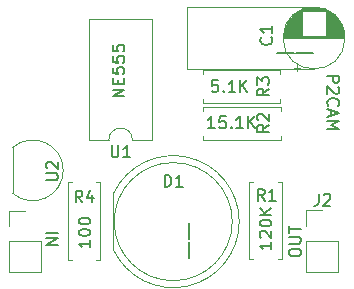
<source format=gbr>
%TF.GenerationSoftware,KiCad,Pcbnew,8.0.5*%
%TF.CreationDate,2025-07-23T12:06:58+02:00*%
%TF.ProjectId,LED_FADER,4c45445f-4641-4444-9552-2e6b69636164,rev?*%
%TF.SameCoordinates,Original*%
%TF.FileFunction,Legend,Top*%
%TF.FilePolarity,Positive*%
%FSLAX46Y46*%
G04 Gerber Fmt 4.6, Leading zero omitted, Abs format (unit mm)*
G04 Created by KiCad (PCBNEW 8.0.5) date 2025-07-23 12:06:58*
%MOMM*%
%LPD*%
G01*
G04 APERTURE LIST*
%ADD10C,0.100000*%
%ADD11C,0.190000*%
%ADD12C,0.200000*%
%ADD13C,0.150000*%
%ADD14C,0.120000*%
G04 APERTURE END LIST*
D10*
X138830000Y-99370000D02*
X149590000Y-99370000D01*
X149590000Y-94140000D02*
X138830000Y-94140000D01*
X138830000Y-94140000D02*
X138830000Y-99370000D01*
D11*
X150717260Y-99961905D02*
X151717260Y-99961905D01*
X151717260Y-99961905D02*
X151717260Y-100342857D01*
X151717260Y-100342857D02*
X151669641Y-100438095D01*
X151669641Y-100438095D02*
X151622022Y-100485714D01*
X151622022Y-100485714D02*
X151526784Y-100533333D01*
X151526784Y-100533333D02*
X151383927Y-100533333D01*
X151383927Y-100533333D02*
X151288689Y-100485714D01*
X151288689Y-100485714D02*
X151241070Y-100438095D01*
X151241070Y-100438095D02*
X151193451Y-100342857D01*
X151193451Y-100342857D02*
X151193451Y-99961905D01*
X151622022Y-100914286D02*
X151669641Y-100961905D01*
X151669641Y-100961905D02*
X151717260Y-101057143D01*
X151717260Y-101057143D02*
X151717260Y-101295238D01*
X151717260Y-101295238D02*
X151669641Y-101390476D01*
X151669641Y-101390476D02*
X151622022Y-101438095D01*
X151622022Y-101438095D02*
X151526784Y-101485714D01*
X151526784Y-101485714D02*
X151431546Y-101485714D01*
X151431546Y-101485714D02*
X151288689Y-101438095D01*
X151288689Y-101438095D02*
X150717260Y-100866667D01*
X150717260Y-100866667D02*
X150717260Y-101485714D01*
X150812499Y-102485714D02*
X150764880Y-102438095D01*
X150764880Y-102438095D02*
X150717260Y-102295238D01*
X150717260Y-102295238D02*
X150717260Y-102200000D01*
X150717260Y-102200000D02*
X150764880Y-102057143D01*
X150764880Y-102057143D02*
X150860118Y-101961905D01*
X150860118Y-101961905D02*
X150955356Y-101914286D01*
X150955356Y-101914286D02*
X151145832Y-101866667D01*
X151145832Y-101866667D02*
X151288689Y-101866667D01*
X151288689Y-101866667D02*
X151479165Y-101914286D01*
X151479165Y-101914286D02*
X151574403Y-101961905D01*
X151574403Y-101961905D02*
X151669641Y-102057143D01*
X151669641Y-102057143D02*
X151717260Y-102200000D01*
X151717260Y-102200000D02*
X151717260Y-102295238D01*
X151717260Y-102295238D02*
X151669641Y-102438095D01*
X151669641Y-102438095D02*
X151622022Y-102485714D01*
X151002975Y-102866667D02*
X151002975Y-103342857D01*
X150717260Y-102771429D02*
X151717260Y-103104762D01*
X151717260Y-103104762D02*
X150717260Y-103438095D01*
X150717260Y-103771429D02*
X151717260Y-103771429D01*
X151717260Y-103771429D02*
X151002975Y-104104762D01*
X151002975Y-104104762D02*
X151717260Y-104438095D01*
X151717260Y-104438095D02*
X150717260Y-104438095D01*
D12*
X126937780Y-113256191D02*
X127937780Y-113256191D01*
X126937780Y-113732381D02*
X127937780Y-113732381D01*
X127937780Y-113732381D02*
X126937780Y-114303809D01*
X126937780Y-114303809D02*
X127937780Y-114303809D01*
D13*
X141453809Y-100334819D02*
X140977619Y-100334819D01*
X140977619Y-100334819D02*
X140930000Y-100811009D01*
X140930000Y-100811009D02*
X140977619Y-100763390D01*
X140977619Y-100763390D02*
X141072857Y-100715771D01*
X141072857Y-100715771D02*
X141310952Y-100715771D01*
X141310952Y-100715771D02*
X141406190Y-100763390D01*
X141406190Y-100763390D02*
X141453809Y-100811009D01*
X141453809Y-100811009D02*
X141501428Y-100906247D01*
X141501428Y-100906247D02*
X141501428Y-101144342D01*
X141501428Y-101144342D02*
X141453809Y-101239580D01*
X141453809Y-101239580D02*
X141406190Y-101287200D01*
X141406190Y-101287200D02*
X141310952Y-101334819D01*
X141310952Y-101334819D02*
X141072857Y-101334819D01*
X141072857Y-101334819D02*
X140977619Y-101287200D01*
X140977619Y-101287200D02*
X140930000Y-101239580D01*
X141930000Y-101239580D02*
X141977619Y-101287200D01*
X141977619Y-101287200D02*
X141930000Y-101334819D01*
X141930000Y-101334819D02*
X141882381Y-101287200D01*
X141882381Y-101287200D02*
X141930000Y-101239580D01*
X141930000Y-101239580D02*
X141930000Y-101334819D01*
X142929999Y-101334819D02*
X142358571Y-101334819D01*
X142644285Y-101334819D02*
X142644285Y-100334819D01*
X142644285Y-100334819D02*
X142549047Y-100477676D01*
X142549047Y-100477676D02*
X142453809Y-100572914D01*
X142453809Y-100572914D02*
X142358571Y-100620533D01*
X143358571Y-101334819D02*
X143358571Y-100334819D01*
X143929999Y-101334819D02*
X143501428Y-100763390D01*
X143929999Y-100334819D02*
X143358571Y-100906247D01*
D12*
X147472219Y-115019999D02*
X147472219Y-114829523D01*
X147472219Y-114829523D02*
X147519838Y-114734285D01*
X147519838Y-114734285D02*
X147615076Y-114639047D01*
X147615076Y-114639047D02*
X147805552Y-114591428D01*
X147805552Y-114591428D02*
X148138885Y-114591428D01*
X148138885Y-114591428D02*
X148329361Y-114639047D01*
X148329361Y-114639047D02*
X148424600Y-114734285D01*
X148424600Y-114734285D02*
X148472219Y-114829523D01*
X148472219Y-114829523D02*
X148472219Y-115019999D01*
X148472219Y-115019999D02*
X148424600Y-115115237D01*
X148424600Y-115115237D02*
X148329361Y-115210475D01*
X148329361Y-115210475D02*
X148138885Y-115258094D01*
X148138885Y-115258094D02*
X147805552Y-115258094D01*
X147805552Y-115258094D02*
X147615076Y-115210475D01*
X147615076Y-115210475D02*
X147519838Y-115115237D01*
X147519838Y-115115237D02*
X147472219Y-115019999D01*
X147472219Y-114162856D02*
X148281742Y-114162856D01*
X148281742Y-114162856D02*
X148376980Y-114115237D01*
X148376980Y-114115237D02*
X148424600Y-114067618D01*
X148424600Y-114067618D02*
X148472219Y-113972380D01*
X148472219Y-113972380D02*
X148472219Y-113781904D01*
X148472219Y-113781904D02*
X148424600Y-113686666D01*
X148424600Y-113686666D02*
X148376980Y-113639047D01*
X148376980Y-113639047D02*
X148281742Y-113591428D01*
X148281742Y-113591428D02*
X147472219Y-113591428D01*
X147472219Y-113258094D02*
X147472219Y-112686666D01*
X148472219Y-112972380D02*
X147472219Y-112972380D01*
X138990000Y-113820580D02*
X138990000Y-112392008D01*
X138990000Y-115430524D02*
X138990000Y-114001952D01*
D13*
X141195238Y-104404819D02*
X140623810Y-104404819D01*
X140909524Y-104404819D02*
X140909524Y-103404819D01*
X140909524Y-103404819D02*
X140814286Y-103547676D01*
X140814286Y-103547676D02*
X140719048Y-103642914D01*
X140719048Y-103642914D02*
X140623810Y-103690533D01*
X142100000Y-103404819D02*
X141623810Y-103404819D01*
X141623810Y-103404819D02*
X141576191Y-103881009D01*
X141576191Y-103881009D02*
X141623810Y-103833390D01*
X141623810Y-103833390D02*
X141719048Y-103785771D01*
X141719048Y-103785771D02*
X141957143Y-103785771D01*
X141957143Y-103785771D02*
X142052381Y-103833390D01*
X142052381Y-103833390D02*
X142100000Y-103881009D01*
X142100000Y-103881009D02*
X142147619Y-103976247D01*
X142147619Y-103976247D02*
X142147619Y-104214342D01*
X142147619Y-104214342D02*
X142100000Y-104309580D01*
X142100000Y-104309580D02*
X142052381Y-104357200D01*
X142052381Y-104357200D02*
X141957143Y-104404819D01*
X141957143Y-104404819D02*
X141719048Y-104404819D01*
X141719048Y-104404819D02*
X141623810Y-104357200D01*
X141623810Y-104357200D02*
X141576191Y-104309580D01*
X142576191Y-104309580D02*
X142623810Y-104357200D01*
X142623810Y-104357200D02*
X142576191Y-104404819D01*
X142576191Y-104404819D02*
X142528572Y-104357200D01*
X142528572Y-104357200D02*
X142576191Y-104309580D01*
X142576191Y-104309580D02*
X142576191Y-104404819D01*
X143576190Y-104404819D02*
X143004762Y-104404819D01*
X143290476Y-104404819D02*
X143290476Y-103404819D01*
X143290476Y-103404819D02*
X143195238Y-103547676D01*
X143195238Y-103547676D02*
X143100000Y-103642914D01*
X143100000Y-103642914D02*
X143004762Y-103690533D01*
X144004762Y-104404819D02*
X144004762Y-103404819D01*
X144576190Y-104404819D02*
X144147619Y-103833390D01*
X144576190Y-103404819D02*
X144004762Y-103976247D01*
X130664819Y-113886666D02*
X130664819Y-114458094D01*
X130664819Y-114172380D02*
X129664819Y-114172380D01*
X129664819Y-114172380D02*
X129807676Y-114267618D01*
X129807676Y-114267618D02*
X129902914Y-114362856D01*
X129902914Y-114362856D02*
X129950533Y-114458094D01*
X129664819Y-113267618D02*
X129664819Y-113172380D01*
X129664819Y-113172380D02*
X129712438Y-113077142D01*
X129712438Y-113077142D02*
X129760057Y-113029523D01*
X129760057Y-113029523D02*
X129855295Y-112981904D01*
X129855295Y-112981904D02*
X130045771Y-112934285D01*
X130045771Y-112934285D02*
X130283866Y-112934285D01*
X130283866Y-112934285D02*
X130474342Y-112981904D01*
X130474342Y-112981904D02*
X130569580Y-113029523D01*
X130569580Y-113029523D02*
X130617200Y-113077142D01*
X130617200Y-113077142D02*
X130664819Y-113172380D01*
X130664819Y-113172380D02*
X130664819Y-113267618D01*
X130664819Y-113267618D02*
X130617200Y-113362856D01*
X130617200Y-113362856D02*
X130569580Y-113410475D01*
X130569580Y-113410475D02*
X130474342Y-113458094D01*
X130474342Y-113458094D02*
X130283866Y-113505713D01*
X130283866Y-113505713D02*
X130045771Y-113505713D01*
X130045771Y-113505713D02*
X129855295Y-113458094D01*
X129855295Y-113458094D02*
X129760057Y-113410475D01*
X129760057Y-113410475D02*
X129712438Y-113362856D01*
X129712438Y-113362856D02*
X129664819Y-113267618D01*
X129664819Y-112315237D02*
X129664819Y-112219999D01*
X129664819Y-112219999D02*
X129712438Y-112124761D01*
X129712438Y-112124761D02*
X129760057Y-112077142D01*
X129760057Y-112077142D02*
X129855295Y-112029523D01*
X129855295Y-112029523D02*
X130045771Y-111981904D01*
X130045771Y-111981904D02*
X130283866Y-111981904D01*
X130283866Y-111981904D02*
X130474342Y-112029523D01*
X130474342Y-112029523D02*
X130569580Y-112077142D01*
X130569580Y-112077142D02*
X130617200Y-112124761D01*
X130617200Y-112124761D02*
X130664819Y-112219999D01*
X130664819Y-112219999D02*
X130664819Y-112315237D01*
X130664819Y-112315237D02*
X130617200Y-112410475D01*
X130617200Y-112410475D02*
X130569580Y-112458094D01*
X130569580Y-112458094D02*
X130474342Y-112505713D01*
X130474342Y-112505713D02*
X130283866Y-112553332D01*
X130283866Y-112553332D02*
X130045771Y-112553332D01*
X130045771Y-112553332D02*
X129855295Y-112505713D01*
X129855295Y-112505713D02*
X129760057Y-112458094D01*
X129760057Y-112458094D02*
X129712438Y-112410475D01*
X129712438Y-112410475D02*
X129664819Y-112315237D01*
X133544819Y-101706666D02*
X132544819Y-101706666D01*
X132544819Y-101706666D02*
X133544819Y-101135238D01*
X133544819Y-101135238D02*
X132544819Y-101135238D01*
X133021009Y-100659047D02*
X133021009Y-100325714D01*
X133544819Y-100182857D02*
X133544819Y-100659047D01*
X133544819Y-100659047D02*
X132544819Y-100659047D01*
X132544819Y-100659047D02*
X132544819Y-100182857D01*
X132544819Y-99278095D02*
X132544819Y-99754285D01*
X132544819Y-99754285D02*
X133021009Y-99801904D01*
X133021009Y-99801904D02*
X132973390Y-99754285D01*
X132973390Y-99754285D02*
X132925771Y-99659047D01*
X132925771Y-99659047D02*
X132925771Y-99420952D01*
X132925771Y-99420952D02*
X132973390Y-99325714D01*
X132973390Y-99325714D02*
X133021009Y-99278095D01*
X133021009Y-99278095D02*
X133116247Y-99230476D01*
X133116247Y-99230476D02*
X133354342Y-99230476D01*
X133354342Y-99230476D02*
X133449580Y-99278095D01*
X133449580Y-99278095D02*
X133497200Y-99325714D01*
X133497200Y-99325714D02*
X133544819Y-99420952D01*
X133544819Y-99420952D02*
X133544819Y-99659047D01*
X133544819Y-99659047D02*
X133497200Y-99754285D01*
X133497200Y-99754285D02*
X133449580Y-99801904D01*
X132544819Y-98325714D02*
X132544819Y-98801904D01*
X132544819Y-98801904D02*
X133021009Y-98849523D01*
X133021009Y-98849523D02*
X132973390Y-98801904D01*
X132973390Y-98801904D02*
X132925771Y-98706666D01*
X132925771Y-98706666D02*
X132925771Y-98468571D01*
X132925771Y-98468571D02*
X132973390Y-98373333D01*
X132973390Y-98373333D02*
X133021009Y-98325714D01*
X133021009Y-98325714D02*
X133116247Y-98278095D01*
X133116247Y-98278095D02*
X133354342Y-98278095D01*
X133354342Y-98278095D02*
X133449580Y-98325714D01*
X133449580Y-98325714D02*
X133497200Y-98373333D01*
X133497200Y-98373333D02*
X133544819Y-98468571D01*
X133544819Y-98468571D02*
X133544819Y-98706666D01*
X133544819Y-98706666D02*
X133497200Y-98801904D01*
X133497200Y-98801904D02*
X133449580Y-98849523D01*
X132544819Y-97373333D02*
X132544819Y-97849523D01*
X132544819Y-97849523D02*
X133021009Y-97897142D01*
X133021009Y-97897142D02*
X132973390Y-97849523D01*
X132973390Y-97849523D02*
X132925771Y-97754285D01*
X132925771Y-97754285D02*
X132925771Y-97516190D01*
X132925771Y-97516190D02*
X132973390Y-97420952D01*
X132973390Y-97420952D02*
X133021009Y-97373333D01*
X133021009Y-97373333D02*
X133116247Y-97325714D01*
X133116247Y-97325714D02*
X133354342Y-97325714D01*
X133354342Y-97325714D02*
X133449580Y-97373333D01*
X133449580Y-97373333D02*
X133497200Y-97420952D01*
X133497200Y-97420952D02*
X133544819Y-97516190D01*
X133544819Y-97516190D02*
X133544819Y-97754285D01*
X133544819Y-97754285D02*
X133497200Y-97849523D01*
X133497200Y-97849523D02*
X133449580Y-97897142D01*
D12*
X147910580Y-98039999D02*
X146482008Y-98039999D01*
X149520524Y-98039999D02*
X148091952Y-98039999D01*
D13*
X145984819Y-114046666D02*
X145984819Y-114618094D01*
X145984819Y-114332380D02*
X144984819Y-114332380D01*
X144984819Y-114332380D02*
X145127676Y-114427618D01*
X145127676Y-114427618D02*
X145222914Y-114522856D01*
X145222914Y-114522856D02*
X145270533Y-114618094D01*
X145080057Y-113665713D02*
X145032438Y-113618094D01*
X145032438Y-113618094D02*
X144984819Y-113522856D01*
X144984819Y-113522856D02*
X144984819Y-113284761D01*
X144984819Y-113284761D02*
X145032438Y-113189523D01*
X145032438Y-113189523D02*
X145080057Y-113141904D01*
X145080057Y-113141904D02*
X145175295Y-113094285D01*
X145175295Y-113094285D02*
X145270533Y-113094285D01*
X145270533Y-113094285D02*
X145413390Y-113141904D01*
X145413390Y-113141904D02*
X145984819Y-113713332D01*
X145984819Y-113713332D02*
X145984819Y-113094285D01*
X144984819Y-112475237D02*
X144984819Y-112379999D01*
X144984819Y-112379999D02*
X145032438Y-112284761D01*
X145032438Y-112284761D02*
X145080057Y-112237142D01*
X145080057Y-112237142D02*
X145175295Y-112189523D01*
X145175295Y-112189523D02*
X145365771Y-112141904D01*
X145365771Y-112141904D02*
X145603866Y-112141904D01*
X145603866Y-112141904D02*
X145794342Y-112189523D01*
X145794342Y-112189523D02*
X145889580Y-112237142D01*
X145889580Y-112237142D02*
X145937200Y-112284761D01*
X145937200Y-112284761D02*
X145984819Y-112379999D01*
X145984819Y-112379999D02*
X145984819Y-112475237D01*
X145984819Y-112475237D02*
X145937200Y-112570475D01*
X145937200Y-112570475D02*
X145889580Y-112618094D01*
X145889580Y-112618094D02*
X145794342Y-112665713D01*
X145794342Y-112665713D02*
X145603866Y-112713332D01*
X145603866Y-112713332D02*
X145365771Y-112713332D01*
X145365771Y-112713332D02*
X145175295Y-112665713D01*
X145175295Y-112665713D02*
X145080057Y-112618094D01*
X145080057Y-112618094D02*
X145032438Y-112570475D01*
X145032438Y-112570475D02*
X144984819Y-112475237D01*
X145984819Y-111713332D02*
X144984819Y-111713332D01*
X145984819Y-111141904D02*
X145413390Y-111570475D01*
X144984819Y-111141904D02*
X145556247Y-111713332D01*
X145403333Y-110544819D02*
X145070000Y-110068628D01*
X144831905Y-110544819D02*
X144831905Y-109544819D01*
X144831905Y-109544819D02*
X145212857Y-109544819D01*
X145212857Y-109544819D02*
X145308095Y-109592438D01*
X145308095Y-109592438D02*
X145355714Y-109640057D01*
X145355714Y-109640057D02*
X145403333Y-109735295D01*
X145403333Y-109735295D02*
X145403333Y-109878152D01*
X145403333Y-109878152D02*
X145355714Y-109973390D01*
X145355714Y-109973390D02*
X145308095Y-110021009D01*
X145308095Y-110021009D02*
X145212857Y-110068628D01*
X145212857Y-110068628D02*
X144831905Y-110068628D01*
X146355714Y-110544819D02*
X145784286Y-110544819D01*
X146070000Y-110544819D02*
X146070000Y-109544819D01*
X146070000Y-109544819D02*
X145974762Y-109687676D01*
X145974762Y-109687676D02*
X145879524Y-109782914D01*
X145879524Y-109782914D02*
X145784286Y-109830533D01*
X132458095Y-105854819D02*
X132458095Y-106664342D01*
X132458095Y-106664342D02*
X132505714Y-106759580D01*
X132505714Y-106759580D02*
X132553333Y-106807200D01*
X132553333Y-106807200D02*
X132648571Y-106854819D01*
X132648571Y-106854819D02*
X132839047Y-106854819D01*
X132839047Y-106854819D02*
X132934285Y-106807200D01*
X132934285Y-106807200D02*
X132981904Y-106759580D01*
X132981904Y-106759580D02*
X133029523Y-106664342D01*
X133029523Y-106664342D02*
X133029523Y-105854819D01*
X134029523Y-106854819D02*
X133458095Y-106854819D01*
X133743809Y-106854819D02*
X133743809Y-105854819D01*
X133743809Y-105854819D02*
X133648571Y-105997676D01*
X133648571Y-105997676D02*
X133553333Y-106092914D01*
X133553333Y-106092914D02*
X133458095Y-106140533D01*
X126914819Y-108801904D02*
X127724342Y-108801904D01*
X127724342Y-108801904D02*
X127819580Y-108754285D01*
X127819580Y-108754285D02*
X127867200Y-108706666D01*
X127867200Y-108706666D02*
X127914819Y-108611428D01*
X127914819Y-108611428D02*
X127914819Y-108420952D01*
X127914819Y-108420952D02*
X127867200Y-108325714D01*
X127867200Y-108325714D02*
X127819580Y-108278095D01*
X127819580Y-108278095D02*
X127724342Y-108230476D01*
X127724342Y-108230476D02*
X126914819Y-108230476D01*
X127010057Y-107801904D02*
X126962438Y-107754285D01*
X126962438Y-107754285D02*
X126914819Y-107659047D01*
X126914819Y-107659047D02*
X126914819Y-107420952D01*
X126914819Y-107420952D02*
X126962438Y-107325714D01*
X126962438Y-107325714D02*
X127010057Y-107278095D01*
X127010057Y-107278095D02*
X127105295Y-107230476D01*
X127105295Y-107230476D02*
X127200533Y-107230476D01*
X127200533Y-107230476D02*
X127343390Y-107278095D01*
X127343390Y-107278095D02*
X127914819Y-107849523D01*
X127914819Y-107849523D02*
X127914819Y-107230476D01*
X129973333Y-110684819D02*
X129640000Y-110208628D01*
X129401905Y-110684819D02*
X129401905Y-109684819D01*
X129401905Y-109684819D02*
X129782857Y-109684819D01*
X129782857Y-109684819D02*
X129878095Y-109732438D01*
X129878095Y-109732438D02*
X129925714Y-109780057D01*
X129925714Y-109780057D02*
X129973333Y-109875295D01*
X129973333Y-109875295D02*
X129973333Y-110018152D01*
X129973333Y-110018152D02*
X129925714Y-110113390D01*
X129925714Y-110113390D02*
X129878095Y-110161009D01*
X129878095Y-110161009D02*
X129782857Y-110208628D01*
X129782857Y-110208628D02*
X129401905Y-110208628D01*
X130830476Y-110018152D02*
X130830476Y-110684819D01*
X130592381Y-109637200D02*
X130354286Y-110351485D01*
X130354286Y-110351485D02*
X130973333Y-110351485D01*
X136941905Y-109354819D02*
X136941905Y-108354819D01*
X136941905Y-108354819D02*
X137180000Y-108354819D01*
X137180000Y-108354819D02*
X137322857Y-108402438D01*
X137322857Y-108402438D02*
X137418095Y-108497676D01*
X137418095Y-108497676D02*
X137465714Y-108592914D01*
X137465714Y-108592914D02*
X137513333Y-108783390D01*
X137513333Y-108783390D02*
X137513333Y-108926247D01*
X137513333Y-108926247D02*
X137465714Y-109116723D01*
X137465714Y-109116723D02*
X137418095Y-109211961D01*
X137418095Y-109211961D02*
X137322857Y-109307200D01*
X137322857Y-109307200D02*
X137180000Y-109354819D01*
X137180000Y-109354819D02*
X136941905Y-109354819D01*
X138465714Y-109354819D02*
X137894286Y-109354819D01*
X138180000Y-109354819D02*
X138180000Y-108354819D01*
X138180000Y-108354819D02*
X138084762Y-108497676D01*
X138084762Y-108497676D02*
X137989524Y-108592914D01*
X137989524Y-108592914D02*
X137894286Y-108640533D01*
X145784819Y-104116666D02*
X145308628Y-104449999D01*
X145784819Y-104688094D02*
X144784819Y-104688094D01*
X144784819Y-104688094D02*
X144784819Y-104307142D01*
X144784819Y-104307142D02*
X144832438Y-104211904D01*
X144832438Y-104211904D02*
X144880057Y-104164285D01*
X144880057Y-104164285D02*
X144975295Y-104116666D01*
X144975295Y-104116666D02*
X145118152Y-104116666D01*
X145118152Y-104116666D02*
X145213390Y-104164285D01*
X145213390Y-104164285D02*
X145261009Y-104211904D01*
X145261009Y-104211904D02*
X145308628Y-104307142D01*
X145308628Y-104307142D02*
X145308628Y-104688094D01*
X144880057Y-103735713D02*
X144832438Y-103688094D01*
X144832438Y-103688094D02*
X144784819Y-103592856D01*
X144784819Y-103592856D02*
X144784819Y-103354761D01*
X144784819Y-103354761D02*
X144832438Y-103259523D01*
X144832438Y-103259523D02*
X144880057Y-103211904D01*
X144880057Y-103211904D02*
X144975295Y-103164285D01*
X144975295Y-103164285D02*
X145070533Y-103164285D01*
X145070533Y-103164285D02*
X145213390Y-103211904D01*
X145213390Y-103211904D02*
X145784819Y-103783332D01*
X145784819Y-103783332D02*
X145784819Y-103164285D01*
X145959580Y-96706666D02*
X146007200Y-96754285D01*
X146007200Y-96754285D02*
X146054819Y-96897142D01*
X146054819Y-96897142D02*
X146054819Y-96992380D01*
X146054819Y-96992380D02*
X146007200Y-97135237D01*
X146007200Y-97135237D02*
X145911961Y-97230475D01*
X145911961Y-97230475D02*
X145816723Y-97278094D01*
X145816723Y-97278094D02*
X145626247Y-97325713D01*
X145626247Y-97325713D02*
X145483390Y-97325713D01*
X145483390Y-97325713D02*
X145292914Y-97278094D01*
X145292914Y-97278094D02*
X145197676Y-97230475D01*
X145197676Y-97230475D02*
X145102438Y-97135237D01*
X145102438Y-97135237D02*
X145054819Y-96992380D01*
X145054819Y-96992380D02*
X145054819Y-96897142D01*
X145054819Y-96897142D02*
X145102438Y-96754285D01*
X145102438Y-96754285D02*
X145150057Y-96706666D01*
X146054819Y-95754285D02*
X146054819Y-96325713D01*
X146054819Y-96039999D02*
X145054819Y-96039999D01*
X145054819Y-96039999D02*
X145197676Y-96135237D01*
X145197676Y-96135237D02*
X145292914Y-96230475D01*
X145292914Y-96230475D02*
X145340533Y-96325713D01*
X145774819Y-101046666D02*
X145298628Y-101379999D01*
X145774819Y-101618094D02*
X144774819Y-101618094D01*
X144774819Y-101618094D02*
X144774819Y-101237142D01*
X144774819Y-101237142D02*
X144822438Y-101141904D01*
X144822438Y-101141904D02*
X144870057Y-101094285D01*
X144870057Y-101094285D02*
X144965295Y-101046666D01*
X144965295Y-101046666D02*
X145108152Y-101046666D01*
X145108152Y-101046666D02*
X145203390Y-101094285D01*
X145203390Y-101094285D02*
X145251009Y-101141904D01*
X145251009Y-101141904D02*
X145298628Y-101237142D01*
X145298628Y-101237142D02*
X145298628Y-101618094D01*
X144774819Y-100713332D02*
X144774819Y-100094285D01*
X144774819Y-100094285D02*
X145155771Y-100427618D01*
X145155771Y-100427618D02*
X145155771Y-100284761D01*
X145155771Y-100284761D02*
X145203390Y-100189523D01*
X145203390Y-100189523D02*
X145251009Y-100141904D01*
X145251009Y-100141904D02*
X145346247Y-100094285D01*
X145346247Y-100094285D02*
X145584342Y-100094285D01*
X145584342Y-100094285D02*
X145679580Y-100141904D01*
X145679580Y-100141904D02*
X145727200Y-100189523D01*
X145727200Y-100189523D02*
X145774819Y-100284761D01*
X145774819Y-100284761D02*
X145774819Y-100570475D01*
X145774819Y-100570475D02*
X145727200Y-100665713D01*
X145727200Y-100665713D02*
X145679580Y-100713332D01*
X149986666Y-109954819D02*
X149986666Y-110669104D01*
X149986666Y-110669104D02*
X149939047Y-110811961D01*
X149939047Y-110811961D02*
X149843809Y-110907200D01*
X149843809Y-110907200D02*
X149700952Y-110954819D01*
X149700952Y-110954819D02*
X149605714Y-110954819D01*
X150415238Y-110050057D02*
X150462857Y-110002438D01*
X150462857Y-110002438D02*
X150558095Y-109954819D01*
X150558095Y-109954819D02*
X150796190Y-109954819D01*
X150796190Y-109954819D02*
X150891428Y-110002438D01*
X150891428Y-110002438D02*
X150939047Y-110050057D01*
X150939047Y-110050057D02*
X150986666Y-110145295D01*
X150986666Y-110145295D02*
X150986666Y-110240533D01*
X150986666Y-110240533D02*
X150939047Y-110383390D01*
X150939047Y-110383390D02*
X150367619Y-110954819D01*
X150367619Y-110954819D02*
X150986666Y-110954819D01*
D14*
%TO.C,R1*%
X144120000Y-108960000D02*
X144450000Y-108960000D01*
X144120000Y-115500000D02*
X144120000Y-108960000D01*
X144450000Y-115500000D02*
X144120000Y-115500000D01*
X146530000Y-115500000D02*
X146860000Y-115500000D01*
X146860000Y-108960000D02*
X146530000Y-108960000D01*
X146860000Y-115500000D02*
X146860000Y-108960000D01*
%TO.C,U1*%
X132220000Y-105400000D02*
G75*
G02*
X134220000Y-105400000I1000000J0D01*
G01*
X135870000Y-105400000D02*
X135870000Y-95120000D01*
X135870000Y-95120000D02*
X130570000Y-95120000D01*
X134220000Y-105400000D02*
X135870000Y-105400000D01*
X130570000Y-105400000D02*
X132220000Y-105400000D01*
X130570000Y-95120000D02*
X130570000Y-105400000D01*
%TO.C,U2*%
X124080000Y-106030000D02*
G75*
G02*
X124089878Y-109918611I1700000J-1940000D01*
G01*
X124080000Y-106030000D02*
X124080000Y-109880000D01*
%TO.C,R4*%
X128740000Y-108980000D02*
X128740000Y-115520000D01*
X128740000Y-115520000D02*
X129070000Y-115520000D01*
X129070000Y-108980000D02*
X128740000Y-108980000D01*
X131150000Y-108980000D02*
X131480000Y-108980000D01*
X131480000Y-108980000D02*
X131480000Y-115520000D01*
X131480000Y-115520000D02*
X131150000Y-115520000D01*
%TO.C,J3*%
X123780000Y-111375000D02*
X125110000Y-111375000D01*
X123780000Y-112705000D02*
X123780000Y-111375000D01*
X123780000Y-113975000D02*
X123780000Y-116575000D01*
X123780000Y-113975000D02*
X126440000Y-113975000D01*
X123780000Y-116575000D02*
X126440000Y-116575000D01*
X126440000Y-113975000D02*
X126440000Y-116575000D01*
%TO.C,D1*%
X132610000Y-109934000D02*
X132610000Y-114686000D01*
X132610000Y-109934184D02*
G75*
G02*
X143259998Y-112305259I5060000J-2375816D01*
G01*
X143259998Y-112314741D02*
G75*
G02*
X132610000Y-114685816I-5589998J4741D01*
G01*
X142670000Y-112310000D02*
G75*
G02*
X132670000Y-112310000I-5000000J0D01*
G01*
X132670000Y-112310000D02*
G75*
G02*
X142670000Y-112310000I5000000J0D01*
G01*
%TO.C,R2*%
X140220000Y-102640000D02*
X140220000Y-102970000D01*
X140220000Y-105380000D02*
X140220000Y-105050000D01*
X146760000Y-102640000D02*
X140220000Y-102640000D01*
X146760000Y-102970000D02*
X146760000Y-102640000D01*
X146760000Y-105050000D02*
X146760000Y-105380000D01*
X146760000Y-105380000D02*
X140220000Y-105380000D01*
%TO.C,C1*%
X152210000Y-96760000D02*
G75*
G02*
X146970000Y-96760000I-2620000J0D01*
G01*
X146970000Y-96760000D02*
G75*
G02*
X152210000Y-96760000I2620000J0D01*
G01*
X150630000Y-96520000D02*
X152159000Y-96520000D01*
X150630000Y-96480000D02*
X152155000Y-96480000D01*
X150630000Y-96440000D02*
X152151000Y-96440000D01*
X150630000Y-96400000D02*
X152146000Y-96400000D01*
X150630000Y-96360000D02*
X152140000Y-96360000D01*
X150630000Y-96320000D02*
X152133000Y-96320000D01*
X150630000Y-96280000D02*
X152126000Y-96280000D01*
X150630000Y-96240000D02*
X152118000Y-96240000D01*
X150630000Y-96200000D02*
X152110000Y-96200000D01*
X150630000Y-96160000D02*
X152101000Y-96160000D01*
X150630000Y-96120000D02*
X152091000Y-96120000D01*
X150630000Y-96080000D02*
X152081000Y-96080000D01*
X150630000Y-96039000D02*
X152070000Y-96039000D01*
X150630000Y-95999000D02*
X152058000Y-95999000D01*
X150630000Y-95959000D02*
X152045000Y-95959000D01*
X150630000Y-95919000D02*
X152032000Y-95919000D01*
X150630000Y-95879000D02*
X152018000Y-95879000D01*
X150630000Y-95839000D02*
X152004000Y-95839000D01*
X150630000Y-95799000D02*
X151988000Y-95799000D01*
X150630000Y-95759000D02*
X151972000Y-95759000D01*
X150630000Y-95719000D02*
X151955000Y-95719000D01*
X150630000Y-95679000D02*
X151938000Y-95679000D01*
X150630000Y-95639000D02*
X151919000Y-95639000D01*
X150630000Y-95599000D02*
X151900000Y-95599000D01*
X150630000Y-95559000D02*
X151880000Y-95559000D01*
X150630000Y-95519000D02*
X151858000Y-95519000D01*
X150630000Y-95479000D02*
X151837000Y-95479000D01*
X150630000Y-95439000D02*
X151814000Y-95439000D01*
X150630000Y-95399000D02*
X151790000Y-95399000D01*
X150630000Y-95359000D02*
X151765000Y-95359000D01*
X150630000Y-95319000D02*
X151739000Y-95319000D01*
X150630000Y-95279000D02*
X151712000Y-95279000D01*
X150630000Y-95239000D02*
X151685000Y-95239000D01*
X150630000Y-95199000D02*
X151655000Y-95199000D01*
X150630000Y-95159000D02*
X151625000Y-95159000D01*
X150630000Y-95119000D02*
X151594000Y-95119000D01*
X150630000Y-95079000D02*
X151561000Y-95079000D01*
X150630000Y-95039000D02*
X151527000Y-95039000D01*
X150630000Y-94999000D02*
X151491000Y-94999000D01*
X150630000Y-94959000D02*
X151454000Y-94959000D01*
X150630000Y-94919000D02*
X151416000Y-94919000D01*
X150630000Y-94879000D02*
X151375000Y-94879000D01*
X150630000Y-94839000D02*
X151333000Y-94839000D01*
X150630000Y-94799000D02*
X151289000Y-94799000D01*
X150630000Y-94759000D02*
X151243000Y-94759000D01*
X150630000Y-94719000D02*
X151195000Y-94719000D01*
X150630000Y-94679000D02*
X151144000Y-94679000D01*
X150630000Y-94639000D02*
X151090000Y-94639000D01*
X150630000Y-94599000D02*
X151033000Y-94599000D01*
X150630000Y-94559000D02*
X150973000Y-94559000D01*
X150630000Y-94519000D02*
X150909000Y-94519000D01*
X150630000Y-94479000D02*
X150841000Y-94479000D01*
X149306000Y-94159000D02*
X149874000Y-94159000D01*
X149072000Y-94199000D02*
X150108000Y-94199000D01*
X148913000Y-94239000D02*
X150267000Y-94239000D01*
X148785000Y-94279000D02*
X150395000Y-94279000D01*
X148675000Y-94319000D02*
X150505000Y-94319000D01*
X148579000Y-94359000D02*
X150601000Y-94359000D01*
X148492000Y-94399000D02*
X150688000Y-94399000D01*
X148412000Y-94439000D02*
X150768000Y-94439000D01*
X148339000Y-94479000D02*
X148550000Y-94479000D01*
X148271000Y-94519000D02*
X148550000Y-94519000D01*
X148207000Y-94559000D02*
X148550000Y-94559000D01*
X148147000Y-94599000D02*
X148550000Y-94599000D01*
X148115000Y-99564775D02*
X148115000Y-99064775D01*
X148090000Y-94639000D02*
X148550000Y-94639000D01*
X148036000Y-94679000D02*
X148550000Y-94679000D01*
X147985000Y-94719000D02*
X148550000Y-94719000D01*
X147937000Y-94759000D02*
X148550000Y-94759000D01*
X147891000Y-94799000D02*
X148550000Y-94799000D01*
X147865000Y-99314775D02*
X148365000Y-99314775D01*
X147847000Y-94839000D02*
X148550000Y-94839000D01*
X147805000Y-94879000D02*
X148550000Y-94879000D01*
X147764000Y-94919000D02*
X148550000Y-94919000D01*
X147726000Y-94959000D02*
X148550000Y-94959000D01*
X147689000Y-94999000D02*
X148550000Y-94999000D01*
X147653000Y-95039000D02*
X148550000Y-95039000D01*
X147619000Y-95079000D02*
X148550000Y-95079000D01*
X147586000Y-95119000D02*
X148550000Y-95119000D01*
X147555000Y-95159000D02*
X148550000Y-95159000D01*
X147525000Y-95199000D02*
X148550000Y-95199000D01*
X147495000Y-95239000D02*
X148550000Y-95239000D01*
X147468000Y-95279000D02*
X148550000Y-95279000D01*
X147441000Y-95319000D02*
X148550000Y-95319000D01*
X147415000Y-95359000D02*
X148550000Y-95359000D01*
X147390000Y-95399000D02*
X148550000Y-95399000D01*
X147366000Y-95439000D02*
X148550000Y-95439000D01*
X147343000Y-95479000D02*
X148550000Y-95479000D01*
X147322000Y-95519000D02*
X148550000Y-95519000D01*
X147300000Y-95559000D02*
X148550000Y-95559000D01*
X147280000Y-95599000D02*
X148550000Y-95599000D01*
X147261000Y-95639000D02*
X148550000Y-95639000D01*
X147242000Y-95679000D02*
X148550000Y-95679000D01*
X147225000Y-95719000D02*
X148550000Y-95719000D01*
X147208000Y-95759000D02*
X148550000Y-95759000D01*
X147192000Y-95799000D02*
X148550000Y-95799000D01*
X147176000Y-95839000D02*
X148550000Y-95839000D01*
X147162000Y-95879000D02*
X148550000Y-95879000D01*
X147148000Y-95919000D02*
X148550000Y-95919000D01*
X147135000Y-95959000D02*
X148550000Y-95959000D01*
X147122000Y-95999000D02*
X148550000Y-95999000D01*
X147110000Y-96039000D02*
X148550000Y-96039000D01*
X147099000Y-96080000D02*
X148550000Y-96080000D01*
X147089000Y-96120000D02*
X148550000Y-96120000D01*
X147079000Y-96160000D02*
X148550000Y-96160000D01*
X147070000Y-96200000D02*
X148550000Y-96200000D01*
X147062000Y-96240000D02*
X148550000Y-96240000D01*
X147054000Y-96280000D02*
X148550000Y-96280000D01*
X147047000Y-96320000D02*
X148550000Y-96320000D01*
X147040000Y-96360000D02*
X148550000Y-96360000D01*
X147034000Y-96400000D02*
X148550000Y-96400000D01*
X147029000Y-96440000D02*
X148550000Y-96440000D01*
X147025000Y-96480000D02*
X148550000Y-96480000D01*
X147021000Y-96520000D02*
X148550000Y-96520000D01*
X147017000Y-96560000D02*
X152163000Y-96560000D01*
X147014000Y-96600000D02*
X152166000Y-96600000D01*
X147012000Y-96640000D02*
X152168000Y-96640000D01*
X147011000Y-96680000D02*
X152169000Y-96680000D01*
X147010000Y-96760000D02*
X152170000Y-96760000D01*
X147010000Y-96720000D02*
X152170000Y-96720000D01*
%TO.C,R3*%
X146740000Y-102240000D02*
X146740000Y-101910000D01*
X146740000Y-99500000D02*
X146740000Y-99830000D01*
X140200000Y-102240000D02*
X146740000Y-102240000D01*
X140200000Y-101910000D02*
X140200000Y-102240000D01*
X140200000Y-99830000D02*
X140200000Y-99500000D01*
X140200000Y-99500000D02*
X146740000Y-99500000D01*
%TO.C,J2*%
X148950000Y-111335000D02*
X150280000Y-111335000D01*
X148950000Y-112665000D02*
X148950000Y-111335000D01*
X148950000Y-113935000D02*
X148950000Y-116535000D01*
X148950000Y-113935000D02*
X151610000Y-113935000D01*
X148950000Y-116535000D02*
X151610000Y-116535000D01*
X151610000Y-113935000D02*
X151610000Y-116535000D01*
%TD*%
M02*

</source>
